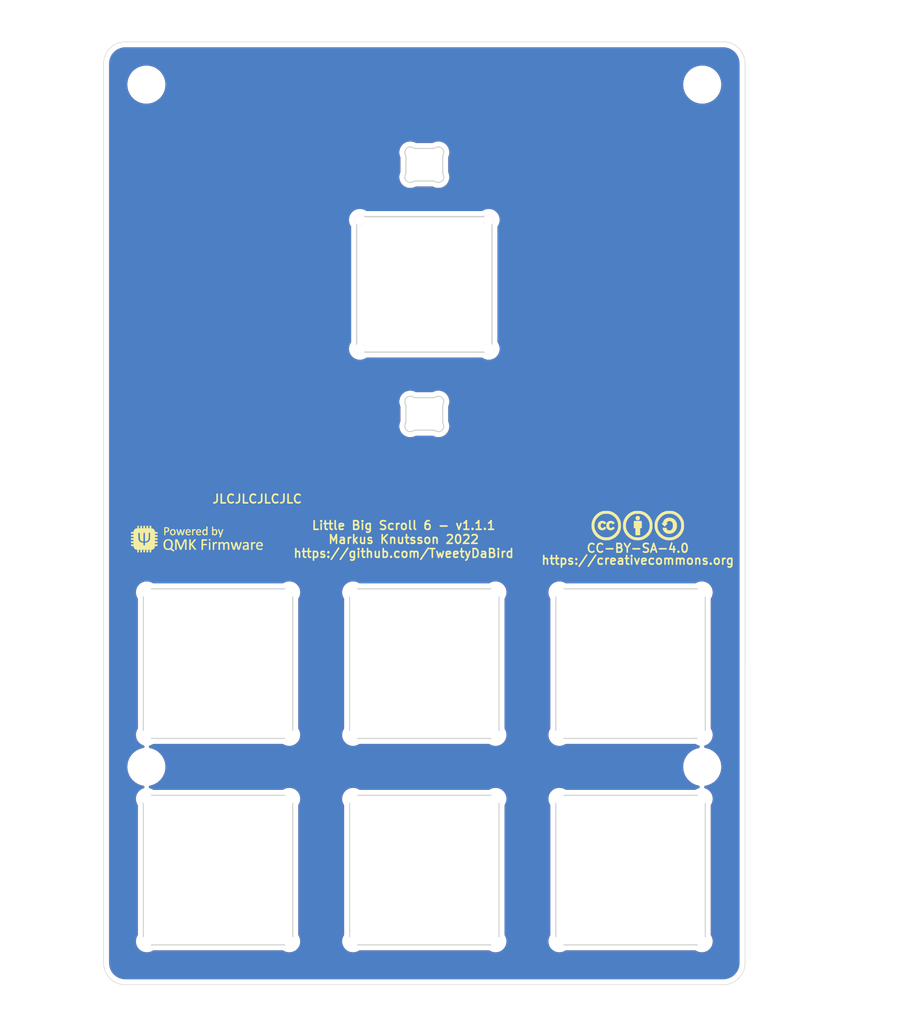
<source format=kicad_pcb>
(kicad_pcb (version 20211014) (generator pcbnew)
  (title_block (title "Little Big Scroll 6 - Front Plate") (date "2022-09-16") (rev "v1.1.1") (company "Tweety's Wild Thinking") (comment 1 "Markus Knutsson <markus.knutsson@tweety.se>") (comment 2 "https://github.com/TweetyDaBird") (comment 3 "Licensed under Creative Commons BY-SA 4.0 International "))
  (layers (0 "F.Cu" signal) (31 "B.Cu" signal) (34 "B.Paste" user) (35 "F.Paste" user) (36 "B.SilkS" user "B.Silkscreen") (37 "F.SilkS" user "F.Silkscreen") (38 "B.Mask" user) (39 "F.Mask" user) (44 "Edge.Cuts" user))
  (net 0 "")
  (footprint "Keyboard Switches & Encoders:SW_MX_Plate_Placeholder" (layer "F.Cu") (at 91.22 103.16)
    (fp_text reference "SW1" hide)
    (fp_text value "SW_MX_HS" hide)
    (fp_line (start 6.9 6.9) (end 6.9 -6.9) (layer "Edge.Cuts") (width 0.1))
    (fp_line (start 6.9 -6.9) (end -6.9 -6.9) (layer "Edge.Cuts") (width 0.1))
    (fp_line (start -6.9 -6.9) (end -6.9 6.9) (layer "Edge.Cuts") (width 0.1))
    (fp_line (start -6.9 6.9) (end 6.9 6.9) (layer "Edge.Cuts") (width 0.1))
    (pad "" np_thru_hole circle (at -6.5786 6.5786) (size 1 1) (drill 1) (layers *.Cu *.Mask))
    (pad "" np_thru_hole circle (at 6.5786 -6.5786) (size 1 1) (drill 1) (layers *.Cu *.Mask))
    (pad "" np_thru_hole circle (at -6.5786 -6.5786) (size 1 1) (drill 1) (layers *.Cu *.Mask))
    (pad "" np_thru_hole circle (at 6.5786 6.5786) (size 1 1) (drill 1) (layers *.Cu *.Mask))
  )
  (footprint "Keyboard Switches & Encoders:SW_MX_Plate_Placeholder" (layer "F.Cu") (at 110.27 103.16)
    (fp_text reference "SW2" hide)
    (fp_text value "SW_MX_HS" hide)
    (fp_line (start -6.9 -6.9) (end -6.9 6.9) (layer "Edge.Cuts") (width 0.1))
    (fp_line (start -6.9 6.9) (end 6.9 6.9) (layer "Edge.Cuts") (width 0.1))
    (fp_line (start 6.9 -6.9) (end -6.9 -6.9) (layer "Edge.Cuts") (width 0.1))
    (fp_line (start 6.9 6.9) (end 6.9 -6.9) (layer "Edge.Cuts") (width 0.1))
    (pad "" np_thru_hole circle (at 6.5786 -6.5786) (size 1 1) (drill 1) (layers *.Cu *.Mask))
    (pad "" np_thru_hole circle (at -6.5786 6.5786) (size 1 1) (drill 1) (layers *.Cu *.Mask))
    (pad "" np_thru_hole circle (at -6.5786 -6.5786) (size 1 1) (drill 1) (layers *.Cu *.Mask))
    (pad "" np_thru_hole circle (at 6.5786 6.5786) (size 1 1) (drill 1) (layers *.Cu *.Mask))
  )
  (footprint "Keyboard Switches & Encoders:SW_MX_Plate_Placeholder" (layer "F.Cu") (at 129.32 103.16)
    (fp_text reference "SW3" hide)
    (fp_text value "SW_MX_HS" hide)
    (fp_line (start 6.9 -6.9) (end -6.9 -6.9) (layer "Edge.Cuts") (width 0.1))
    (fp_line (start -6.9 6.9) (end 6.9 6.9) (layer "Edge.Cuts") (width 0.1))
    (fp_line (start 6.9 6.9) (end 6.9 -6.9) (layer "Edge.Cuts") (width 0.1))
    (fp_line (start -6.9 -6.9) (end -6.9 6.9) (layer "Edge.Cuts") (width 0.1))
    (pad "" np_thru_hole circle (at -6.5786 -6.5786) (size 1 1) (drill 1) (layers *.Cu *.Mask))
    (pad "" np_thru_hole circle (at 6.5786 6.5786) (size 1 1) (drill 1) (layers *.Cu *.Mask))
    (pad "" np_thru_hole circle (at -6.5786 6.5786) (size 1 1) (drill 1) (layers *.Cu *.Mask))
    (pad "" np_thru_hole circle (at 6.5786 -6.5786) (size 1 1) (drill 1) (layers *.Cu *.Mask))
  )
  (footprint "Keyboard Switches & Encoders:SW_MX_Plate_Placeholder" (layer "F.Cu") (at 91.22 122.21)
    (fp_text reference "SW4" hide)
    (fp_text value "SW_MX_HS" hide)
    (fp_line (start -6.9 -6.9) (end -6.9 6.9) (layer "Edge.Cuts") (width 0.1))
    (fp_line (start 6.9 -6.9) (end -6.9 -6.9) (layer "Edge.Cuts") (width 0.1))
    (fp_line (start 6.9 6.9) (end 6.9 -6.9) (layer "Edge.Cuts") (width 0.1))
    (fp_line (start -6.9 6.9) (end 6.9 6.9) (layer "Edge.Cuts") (width 0.1))
    (pad "" np_thru_hole circle (at -6.5786 -6.5786) (size 1 1) (drill 1) (layers *.Cu *.Mask))
    (pad "" np_thru_hole circle (at -6.5786 6.5786) (size 1 1) (drill 1) (layers *.Cu *.Mask))
    (pad "" np_thru_hole circle (at 6.5786 6.5786) (size 1 1) (drill 1) (layers *.Cu *.Mask))
    (pad "" np_thru_hole circle (at 6.5786 -6.5786) (size 1 1) (drill 1) (layers *.Cu *.Mask))
  )
  (footprint "Keyboard Switches & Encoders:SW_MX_Plate_Placeholder" (layer "F.Cu") (at 110.27 122.21)
    (fp_text reference "SW5" hide)
    (fp_text value "SW_MX_HS" hide)
    (fp_line (start -6.9 -6.9) (end -6.9 6.9) (layer "Edge.Cuts") (width 0.1))
    (fp_line (start -6.9 6.9) (end 6.9 6.9) (layer "Edge.Cuts") (width 0.1))
    (fp_line (start 6.9 -6.9) (end -6.9 -6.9) (layer "Edge.Cuts") (width 0.1))
    (fp_line (start 6.9 6.9) (end 6.9 -6.9) (layer "Edge.Cuts") (width 0.1))
    (pad "" np_thru_hole circle (at 6.5786 -6.5786) (size 1 1) (drill 1) (layers *.Cu *.Mask))
    (pad "" np_thru_hole circle (at -6.5786 6.5786) (size 1 1) (drill 1) (layers *.Cu *.Mask))
    (pad "" np_thru_hole circle (at -6.5786 -6.5786) (size 1 1) (drill 1) (layers *.Cu *.Mask))
    (pad "" np_thru_hole circle (at 6.5786 6.5786) (size 1 1) (drill 1) (layers *.Cu *.Mask))
  )
  (footprint "Keyboard Switches & Encoders:SW_MX_Plate_Placeholder" (layer "F.Cu") (at 129.32 122.21)
    (fp_text reference "SW6" hide)
    (fp_text value "SW_MX_HS" hide)
    (fp_line (start 6.9 6.9) (end 6.9 -6.9) (layer "Edge.Cuts") (width 0.1))
    (fp_line (start -6.9 -6.9) (end -6.9 6.9) (layer "Edge.Cuts") (width 0.1))
    (fp_line (start 6.9 -6.9) (end -6.9 -6.9) (layer "Edge.Cuts") (width 0.1))
    (fp_line (start -6.9 6.9) (end 6.9 6.9) (layer "Edge.Cuts") (width 0.1))
    (pad "" np_thru_hole circle (at 6.5786 6.5786) (size 1 1) (drill 1) (layers *.Cu *.Mask))
    (pad "" np_thru_hole circle (at 6.5786 -6.5786) (size 1 1) (drill 1) (layers *.Cu *.Mask))
    (pad "" np_thru_hole circle (at -6.5786 6.5786) (size 1 1) (drill 1) (layers *.Cu *.Mask))
    (pad "" np_thru_hole circle (at -6.5786 -6.5786) (size 1 1) (drill 1) (layers *.Cu *.Mask))
  )
  (footprint "Keyboard Switches & Encoders:Encoder_Plate_Placeholder" (layer "F.Cu") (at 110.27 68.16 90)
    (fp_text reference "ENC1" hide)
    (fp_text value "Rotary_Encoder_Click" hide)
    (fp_line (start 6.25 -6.25) (end 6.25 6.25) (layer "Edge.Cuts") (width 0.12))
    (fp_line (start 6.25 6.25) (end -6.25 6.25) (layer "Edge.Cuts") (width 0.12))
    (fp_line (start -6.25 -6.25) (end 6.25 -6.25) (layer "Edge.Cuts") (width 0.12))
    (fp_line (start -6.25 6.25) (end -6.25 -6.25) (layer "Edge.Cuts") (width 0.12))
    (pad "" np_thru_hole circle (at -5.95 -5.95 90) (size 1 1) (drill 1) (layers F&B.Cu *.Mask "B.SilkS"))
    (pad "" np_thru_hole circle (at 5.95 -5.95 90) (size 1 1) (drill 1) (layers F&B.Cu *.Mask "B.SilkS"))
    (pad "" np_thru_hole circle (at -5.95 5.95 90) (size 1 1) (drill 1) (layers F&B.Cu *.Mask "B.SilkS"))
    (pad "" np_thru_hole circle (at 5.95 5.95 90) (size 1 1) (drill 1) (layers F&B.Cu *.Mask "B.SilkS"))
  )
  (footprint "Keyboard Switches & Encoders:MINI_E_placeholder" (layer "F.Cu") (at 110.27 62.2 180)
    (fp_text reference "RGB8" hide)
    (fp_text value "SK6812MINI-E" hide)
    (fp_line (start -0.794452 3.58) (end 0.794453 3.58) (layer "Edge.Cuts") (width 0.1))
    (fp_line (start 1.699999 4.377157) (end 1.699999 5.782841) (layer "Edge.Cuts") (width 0.1))
    (fp_line (start 0.794452 6.579999) (end -0.794452 6.579999) (layer "Edge.Cuts") (width 0.1))
    (fp_line (start -1.699999 5.782841) (end -1.699999 4.377157) (layer "Edge.Cuts") (width 0.1))
    (fp_arc (start 1.749484 5.999718) (mid 1.638072 6.584034) (end 1.046711 6.648298) (layer "Edge.Cuts") (width 0.1))
    (fp_arc (start 0.794452 6.579999) (mid 0.925123 6.597376) (end 1.046711 6.648298) (layer "Edge.Cuts") (width 0.1))
    (fp_arc (start -0.794453 3.579999) (mid -0.925123 3.562622) (end -1.046711 3.5117) (layer "Edge.Cuts") (width 0.1))
    (fp_arc (start -1.699999 5.782842) (mid -1.712527 5.894067) (end -1.749484 5.999719) (layer "Edge.Cuts") (width 0.1))
    (fp_arc (start 1.699999 4.377156) (mid 1.712525 4.26593) (end 1.749484 4.160279) (layer "Edge.Cuts") (width 0.1))
    (fp_arc (start 1.046711 3.511701) (mid 0.925123 3.562623) (end 0.794453 3.58) (layer "Edge.Cuts") (width 0.1))
    (fp_arc (start -1.046711 6.648296) (mid -1.63807 6.584033) (end -1.749484 5.999719) (layer "Edge.Cuts") (width 0.1))
    (fp_arc (start 1.046711 3.511701) (mid 1.638071 3.575964) (end 1.749484 4.160279) (layer "Edge.Cuts") (width 0.1))
    (fp_arc (start 1.749484 5.999719) (mid 1.712517 5.89407) (end 1.699999 5.782841) (layer "Edge.Cuts") (width 0.1))
    (fp_arc (start -1.749484 4.160279) (mid -1.712527 4.265931) (end -1.699999 4.377157) (layer "Edge.Cuts") (width 0.1))
    (fp_arc (start -1.04671 6.648298) (mid -0.925122 6.597376) (end -0.794452 6.579999) (layer "Edge.Cuts") (width 0.1))
    (fp_arc (start -1.749484 4.160279) (mid -1.638071 3.575964) (end -1.046711 3.5117) (layer "Edge.Cuts") (width 0.1))
  )
  (footprint "Keyboard Switches & Encoders:MINI_E_placeholder" (layer "F.Cu") (at 110.27 85.195 180)
    (fp_text reference "RGB7" hide)
    (fp_text value "SK6812MINI-E" hide)
    (fp_line (start 1.699999 4.377157) (end 1.699999 5.782841) (layer "Edge.Cuts") (width 0.1))
    (fp_line (start -1.699999 5.782841) (end -1.699999 4.377157) (layer "Edge.Cuts") (width 0.1))
    (fp_line (start -0.794452 3.58) (end 0.794453 3.58) (layer "Edge.Cuts") (width 0.1))
    (fp_line (start 0.794452 6.579999) (end -0.794452 6.579999) (layer "Edge.Cuts") (width 0.1))
    (fp_arc (start 1.046711 3.511701) (mid 0.925123 3.562623) (end 0.794453 3.58) (layer "Edge.Cuts") (width 0.1))
    (fp_arc (start 1.046711 3.511701) (mid 1.638071 3.575964) (end 1.749484 4.160279) (layer "Edge.Cuts") (width 0.1))
    (fp_arc (start -1.749484 4.160279) (mid -1.638071 3.575964) (end -1.046711 3.5117) (layer "Edge.Cuts") (width 0.1))
    (fp_arc (start -1.699999 5.782842) (mid -1.712527 5.894067) (end -1.749484 5.999719) (layer "Edge.Cuts") (width 0.1))
    (fp_arc (start -1.749484 4.160279) (mid -1.712527 4.265931) (end -1.699999 4.377157) (layer "Edge.Cuts") (width 0.1))
    (fp_arc (start 1.749484 5.999718) (mid 1.638072 6.584034) (end 1.046711 6.648298) (layer "Edge.Cuts") (width 0.1))
    (fp_arc (start 1.749484 5.999719) (mid 1.712517 5.89407) (end 1.699999 5.782841) (layer "Edge.Cuts") (width 0.1))
    (fp_arc (start 0.794452 6.579999) (mid 0.925123 6.597376) (end 1.046711 6.648298) (layer "Edge.Cuts") (width 0.1))
    (fp_arc (start -0.794453 3.579999) (mid -0.925123 3.562622) (end -1.046711 3.5117) (layer "Edge.Cuts") (width 0.1))
    (fp_arc (start -1.04671 6.648298) (mid -0.925122 6.597376) (end -0.794452 6.579999) (layer "Edge.Cuts") (width 0.1))
    (fp_arc (start 1.699999 4.377156) (mid 1.712525 4.26593) (end 1.749484 4.160279) (layer "Edge.Cuts") (width 0.1))
    (fp_arc (start -1.046711 6.648296) (mid -1.63807 6.584033) (end -1.749484 5.999719) (layer "Edge.Cuts") (width 0.1))
  )
  (footprint "Keyboard_Plate:Spacer Plate hole" (layer "F.Cu") (at 84.6 112.685)
    (fp_text reference "H1" hide)
    (fp_text value "Spacer_PCB")
    (pad "" np_thru_hole circle (at 0 0) (size 2.5 2.5) (drill 2.5) (layers *.Cu *.Mask))
  )
  (footprint "Keyboard_Plate:Spacer Plate hole" (layer "F.Cu") (at 135.94 112.685)
    (fp_text reference "H2" hide)
    (fp_text value "Spacer_PCB")
    (pad "" np_thru_hole circle (at 0 0) (size 2.5 2.5) (drill 2.5) (layers *.Cu *.Mask))
  )
  (footprint "Keyboard_Plate:Spacer Plate hole" (layer "F.Cu") (at 135.94 49.73)
    (fp_text reference "H3" hide)
    (fp_text value "Spacer_PCB")
    (pad "" np_thru_hole circle (at 0 0) (size 2.5 2.5) (drill 2.5) (layers *.Cu *.Mask))
  )
  (footprint "Keyboard_Plate:Spacer Plate hole" (layer "F.Cu") (at 84.6 49.73)
    (fp_text reference "H4" hide)
    (fp_text value "Spacer_PCB")
    (pad "" np_thru_hole circle (at 0 0) (size 2.5 2.5) (drill 2.5) (layers *.Cu *.Mask))
  )
  (footprint "Logotypes:Powered_by_QMK" (layer "F.Cu") (at 89.29 91.65)
    (fp_text reference "Logo2" hide)
    (fp_text value "QMK_Logo" hide)
  )
  (footprint "Logotypes:CC_BY_SA_40" (layer "F.Cu") (at 130.026958 91.345945)
    (fp_text reference "Logo1" hide)
    (fp_text value "CC-BY-SA-4.0" (at -0.041555 1.16) (layer "F.SilkS") (effects (font (size 0.8 0.8))))
    (fp_text user "https://creativecommons.org" (at -0.041555 2.27) (layer "F.SilkS") (effects (font (size 0.8 0.8))))
  )
  (gr_arc (start 80.65 47.780399) (mid 81.235903 46.365903) (end 82.650399 45.78) (layer "Edge.Cuts") (width 0.05))
  (gr_arc (start 82.650399 132.790399) (mid 81.235903 132.204496) (end 80.65 130.79) (layer "Edge.Cuts") (width 0.05))
  (gr_arc (start 137.89 45.78) (mid 139.304496 46.365903) (end 139.890399 47.780399) (layer "Edge.Cuts") (width 0.05))
  (gr_line (start 139.890399 47.780399) (end 139.89 130.789601) (layer "Edge.Cuts") (width 0.05))
  (gr_line (start 82.650399 45.78) (end 137.89 45.78) (layer "Edge.Cuts") (width 0.05))
  (gr_line (start 80.65 130.79) (end 80.65 47.780399) (layer "Edge.Cuts") (width 0.05))
  (gr_arc (start 139.89 130.789601) (mid 139.304097 132.204097) (end 137.889601 132.79) (layer "Edge.Cuts") (width 0.05))
  (gr_line (start 137.889601 132.79) (end 82.650399 132.790399) (layer "Edge.Cuts") (width 0.05))
  (gr_text "Little Big Scroll 6 - v1.1.1\nMarkus Knutsson 2022\nhttps://github.com/TweetyDaBird" (at 108.361388 91.69) (layer "F.SilkS") (effects (font (size 0.8 0.8))))
  (gr_text "JLCJLCJLCJLC" (at 94.83 87.96) (layer "F.SilkS") (effects (font (size 0.8 0.8))))
  (zone (net 0) (net_name "") (layer "F.Cu") (connect_pads (clearance 0.508)) (min_thickness 0.254) (fill yes (thermal_gap 0.508) (thermal_bridge_width 0.508))
    (polygon (pts (xy 156.15 136.45) (xy 71.08 136.45) (xy 71.08 41.92) (xy 156.15 41.92)))
  )
  (zone (net 0) (net_name "") (layer "B.Cu") (connect_pads (clearance 0.508)) (min_thickness 0.254) (fill yes (thermal_gap 0.508) (thermal_bridge_width 0.508))
    (polygon (pts (xy 156.15 136.45) (xy 71.08 136.45) (xy 71.08 41.92) (xy 156.15 41.92)))
  )
)
</source>
